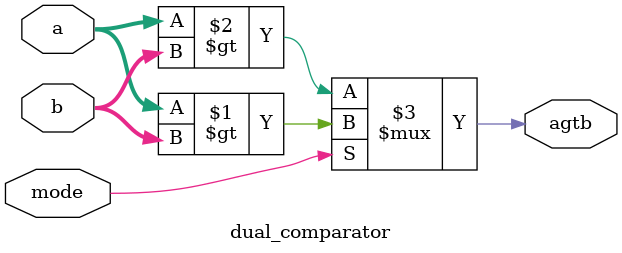
<source format=v>
module dual_comparator(	// file.cleaned.mlir:2:3
  input  [7:0] a,	// file.cleaned.mlir:2:33
               b,	// file.cleaned.mlir:2:45
  input        mode,	// file.cleaned.mlir:2:57
  output       agtb	// file.cleaned.mlir:2:73
);

  assign agtb = mode ? $signed(a) > $signed(b) : a > b;	// file.cleaned.mlir:3:10, :4:10, :5:10, :6:5
endmodule


</source>
